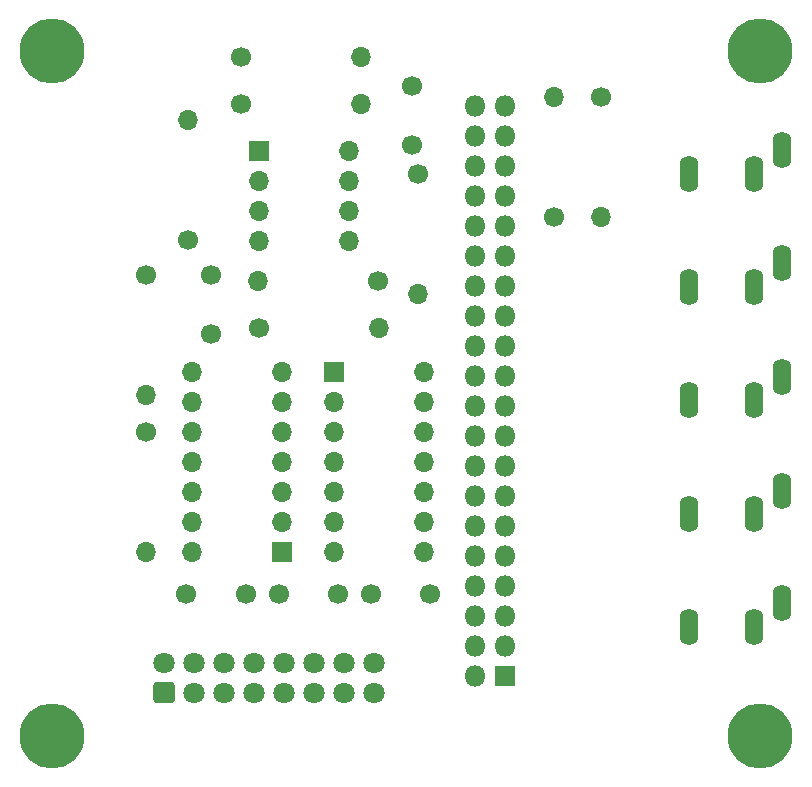
<source format=gbr>
G04 #@! TF.GenerationSoftware,KiCad,Pcbnew,(5.1.6)-1*
G04 #@! TF.CreationDate,2020-11-07T02:00:21+01:00*
G04 #@! TF.ProjectId,Mouse module 2,4d6f7573-6520-46d6-9f64-756c6520322e,rev?*
G04 #@! TF.SameCoordinates,Original*
G04 #@! TF.FileFunction,Soldermask,Top*
G04 #@! TF.FilePolarity,Negative*
%FSLAX46Y46*%
G04 Gerber Fmt 4.6, Leading zero omitted, Abs format (unit mm)*
G04 Created by KiCad (PCBNEW (5.1.6)-1) date 2020-11-07 02:00:21*
%MOMM*%
%LPD*%
G01*
G04 APERTURE LIST*
%ADD10O,1.608000X3.116000*%
%ADD11C,1.700000*%
%ADD12C,5.500000*%
%ADD13O,1.800000X1.800000*%
%ADD14R,1.800000X1.800000*%
%ADD15C,1.800000*%
%ADD16O,1.700000X1.700000*%
%ADD17R,1.700000X1.700000*%
G04 APERTURE END LIST*
D10*
X85338000Y-70300000D03*
X82938000Y-72300000D03*
X77438000Y-72300000D03*
X85338000Y-60750000D03*
X82938000Y-62750000D03*
X77438000Y-62750000D03*
X85338000Y-51100000D03*
X82938000Y-53100000D03*
X77438000Y-53100000D03*
X85338000Y-41500000D03*
X82938000Y-43500000D03*
X77438000Y-43500000D03*
X85338000Y-31900000D03*
X82938000Y-33900000D03*
X77438000Y-33900000D03*
D11*
X55500000Y-69500000D03*
X50500000Y-69500000D03*
X42700000Y-69500000D03*
X47700000Y-69500000D03*
X37000000Y-47500000D03*
X37000000Y-42500000D03*
X34900000Y-69500000D03*
X39900000Y-69500000D03*
X54000000Y-31500000D03*
X54000000Y-26500000D03*
D12*
X23500000Y-23500000D03*
X23500000Y-81500000D03*
X83500000Y-81500000D03*
X83500000Y-23500000D03*
D13*
X59310000Y-28140000D03*
X61850000Y-28140000D03*
X59310000Y-30680000D03*
X61850000Y-30680000D03*
X59310000Y-33220000D03*
X61850000Y-33220000D03*
X59310000Y-35760000D03*
X61850000Y-35760000D03*
X59310000Y-38300000D03*
X61850000Y-38300000D03*
X59310000Y-40840000D03*
X61850000Y-40840000D03*
X59310000Y-43380000D03*
X61850000Y-43380000D03*
X59310000Y-45920000D03*
X61850000Y-45920000D03*
X59310000Y-48460000D03*
X61850000Y-48460000D03*
X59310000Y-51000000D03*
X61850000Y-51000000D03*
X59310000Y-53540000D03*
X61850000Y-53540000D03*
X59310000Y-56080000D03*
X61850000Y-56080000D03*
X59310000Y-58620000D03*
X61850000Y-58620000D03*
X59310000Y-61160000D03*
X61850000Y-61160000D03*
X59310000Y-63700000D03*
X61850000Y-63700000D03*
X59310000Y-66240000D03*
X61850000Y-66240000D03*
X59310000Y-68780000D03*
X61850000Y-68780000D03*
X59310000Y-71320000D03*
X61850000Y-71320000D03*
X59310000Y-73860000D03*
X61850000Y-73860000D03*
X59310000Y-76400000D03*
D14*
X61850000Y-76400000D03*
D15*
X50780000Y-75310000D03*
X48240000Y-75310000D03*
X45700000Y-75310000D03*
X43160000Y-75310000D03*
X40620000Y-75310000D03*
X38080000Y-75310000D03*
X35540000Y-75310000D03*
X33000000Y-75310000D03*
X50780000Y-77850000D03*
X48240000Y-77850000D03*
X45700000Y-77850000D03*
X43160000Y-77850000D03*
X40620000Y-77850000D03*
X38080000Y-77850000D03*
X35540000Y-77850000D03*
G36*
G01*
X33635294Y-78750000D02*
X32364706Y-78750000D01*
G75*
G02*
X32100000Y-78485294I0J264706D01*
G01*
X32100000Y-77214706D01*
G75*
G02*
X32364706Y-76950000I264706J0D01*
G01*
X33635294Y-76950000D01*
G75*
G02*
X33900000Y-77214706I0J-264706D01*
G01*
X33900000Y-78485294D01*
G75*
G02*
X33635294Y-78750000I-264706J0D01*
G01*
G37*
D11*
X70000000Y-27440000D03*
D16*
X70000000Y-37600000D03*
X66000000Y-27440000D03*
D11*
X66000000Y-37600000D03*
D16*
X40940000Y-43000000D03*
D11*
X51100000Y-43000000D03*
D16*
X51160000Y-47000000D03*
D11*
X41000000Y-47000000D03*
D16*
X49660000Y-28000000D03*
D11*
X39500000Y-28000000D03*
X31500000Y-55800000D03*
D16*
X31500000Y-65960000D03*
X49660000Y-24000000D03*
D11*
X39500000Y-24000000D03*
X31500000Y-42500000D03*
D16*
X31500000Y-52660000D03*
D11*
X35000000Y-39500000D03*
D16*
X35000000Y-29340000D03*
D11*
X54500000Y-33900000D03*
D16*
X54500000Y-44060000D03*
X54970000Y-50700000D03*
X47350000Y-65940000D03*
X54970000Y-53240000D03*
X47350000Y-63400000D03*
X54970000Y-55780000D03*
X47350000Y-60860000D03*
X54970000Y-58320000D03*
X47350000Y-58320000D03*
X54970000Y-60860000D03*
X47350000Y-55780000D03*
X54970000Y-63400000D03*
X47350000Y-53240000D03*
X54970000Y-65940000D03*
D17*
X47350000Y-50700000D03*
D16*
X48620000Y-32000000D03*
X41000000Y-39620000D03*
X48620000Y-34540000D03*
X41000000Y-37080000D03*
X48620000Y-37080000D03*
X41000000Y-34540000D03*
X48620000Y-39620000D03*
D17*
X41000000Y-32000000D03*
X43000000Y-65950000D03*
D16*
X35380000Y-50710000D03*
X43000000Y-63410000D03*
X35380000Y-53250000D03*
X43000000Y-60870000D03*
X35380000Y-55790000D03*
X43000000Y-58330000D03*
X35380000Y-58330000D03*
X43000000Y-55790000D03*
X35380000Y-60870000D03*
X43000000Y-53250000D03*
X35380000Y-63410000D03*
X43000000Y-50710000D03*
X35380000Y-65950000D03*
M02*

</source>
